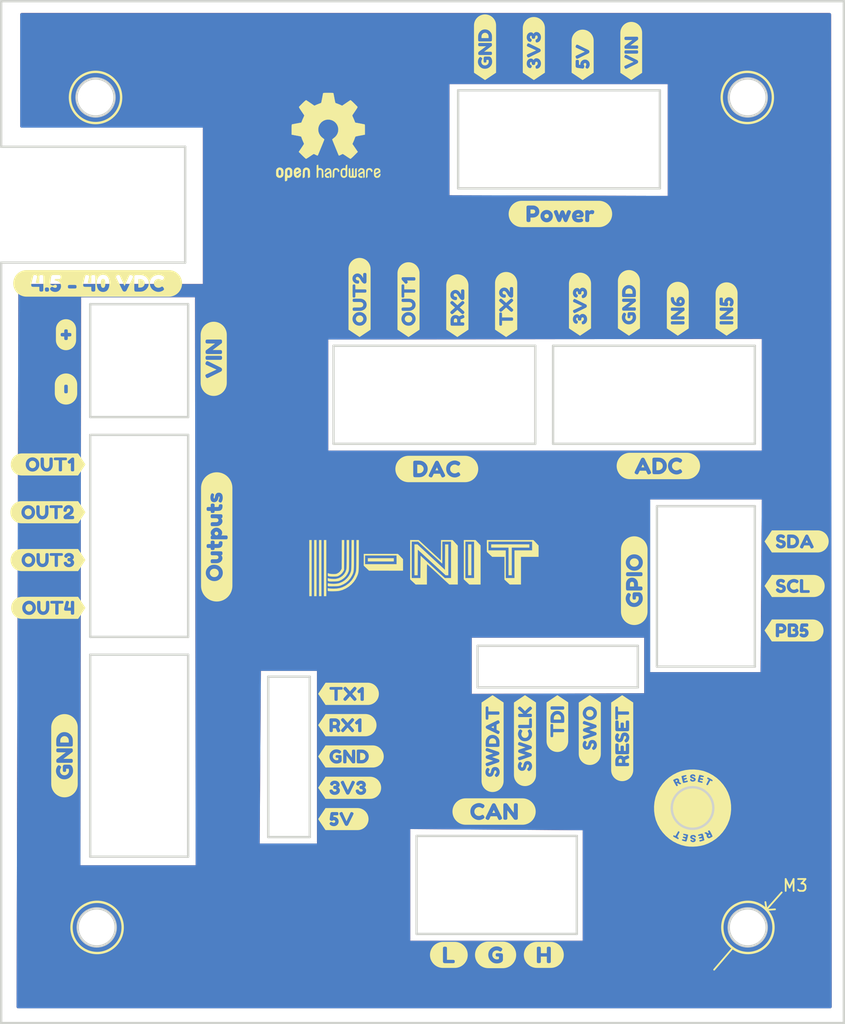
<source format=kicad_pcb>
(kicad_pcb (version 20221018) (generator pcbnew)
  (layers (0 "F.Cu" signal) (31 "B.Cu" signal) (34 "B.Paste" user) (35 "F.Paste" user) (36 "B.SilkS" user "B.Silkscreen") (37 "F.SilkS" user "F.Silkscreen") (38 "B.Mask" user) (39 "F.Mask" user) (44 "Edge.Cuts" user))
  (net 0 "")
  (footprint "kibuzzard-64EC434B" (layer "F.Cu") (at 119.13407 98.975597)
    (fp_text reference "kibuzzard-64EC434B" hide)
    (fp_text value "G***" hide)
  )
  (footprint "kibuzzard-64EC4572" (layer "F.Cu") (at 170.561 91.059)
    (fp_text reference "kibuzzard-64EC4572" hide)
    (fp_text value "G***" hide)
  )
  (footprint "kibuzzard-64EC42D5" (layer "F.Cu") (at 133.096 82.042 90)
    (fp_text reference "kibuzzard-64EC42D5" hide)
    (fp_text value "G***" hide)
  )
  (footprint "kibuzzard-64ED9156" (layer "F.Cu") (at 157.734 77.47 90)
    (fp_text reference "kibuzzard-64ED9156" hide)
    (fp_text value "G***" hide)
  )
  (footprint "kibuzzard-64ED9189" (layer "F.Cu") (at 168.275 56.134 90)
    (fp_text reference "kibuzzard-64ED9189" hide)
    (fp_text value "G***" hide)
  )
  (footprint "kibuzzard-64EC442D" (layer "F.Cu") (at 160.909 132.207 180)
    (fp_text reference "kibuzzard-64EC442D" hide)
    (fp_text value "G***" hide)
  )
  (footprint "kibuzzard-64ED914F" (layer "F.Cu") (at 153.623697 77.569218 90)
    (fp_text reference "kibuzzard-64ED914F" hide)
    (fp_text value "G***" hide)
  )
  (footprint "kibuzzard-64EC4417" (layer "F.Cu") (at 156.718 120.142)
    (fp_text reference "kibuzzard-64EC4417" hide)
    (fp_text value "G***" hide)
  )
  (footprint "kibuzzard-6502AA9F" (layer "F.Cu") (at 156.845 132.207)
    (fp_text reference "kibuzzard-6502AA9F" hide)
    (fp_text value "G***" hide)
  )
  (footprint "kibuzzard-64EC42B8" (layer "F.Cu") (at 120.65 84.582 90)
    (fp_text reference "kibuzzard-64EC42B8" hide)
    (fp_text value "G***" hide)
  )
  (footprint "kibuzzard-64EC434F" (layer "F.Cu") (at 119.126 94.952608)
    (fp_text reference "kibuzzard-64EC434F" hide)
    (fp_text value "G***" hide)
  )
  (footprint "LOGO" (layer "F.Cu") (at 150.876 99.187)
    (fp_text reference "G***" hide)
    (fp_text value "LOGO" hide)
  )
  (footprint "kibuzzard-64EC44DE" (layer "F.Cu") (at 164.7825 113.285323 90)
    (fp_text reference "kibuzzard-64EC44DE" hide)
    (fp_text value "G***" hide)
  )
  (footprint "kibuzzard-64EC454F" (layer "F.Cu") (at 181.991 104.902)
    (fp_text reference "kibuzzard-64EC454F" hide)
    (fp_text value "G***" hide)
  )
  (footprint "Symbol:OSHW-Logo2_9.8x8mm_SilkScreen" (layer "F.Cu") (at 142.748 63.373)
    (fp_text reference "REF**" hide)
    (fp_text value "OSHW-Logo2_9.8x8mm_SilkScreen" hide)
  )
  (footprint "kibuzzard-64EC45B9" (layer "F.Cu") (at 176.30775 77.851 90)
    (fp_text reference "kibuzzard-64EC45B9" hide)
    (fp_text value "G***" hide)
  )
  (footprint "LOGO" (layer "F.Cu") (at 173.4312 119.8372)
    (fp_text reference "G***" hide)
    (fp_text value "LOGO" hide)
  )
  (footprint "kibuzzard-64ED9184" (layer "F.Cu") (at 164.178985 56.459702 90)
    (fp_text reference "kibuzzard-64ED9184" hide)
    (fp_text value "G***" hide)
  )
  (footprint "kibuzzard-64EC44E5" (layer "F.Cu") (at 167.513 113.965831 90)
    (fp_text reference "kibuzzard-64EC44E5" hide)
    (fp_text value "G***" hide)
  )
  (footprint "kibuzzard-64EC44AB" (layer "F.Cu") (at 156.591 114.423031 90)
    (fp_text reference "kibuzzard-64EC44AB" hide)
    (fp_text value "G***" hide)
  )
  (footprint "kibuzzard-64ED9131" (layer "F.Cu") (at 151.892 91.313)
    (fp_text reference "kibuzzard-64ED9131" hide)
    (fp_text value "G***" hide)
  )
  (footprint "kibuzzard-64EC4353" (layer "F.Cu") (at 119.142206 90.932)
    (fp_text reference "kibuzzard-64EC4353" hide)
    (fp_text value "G***" hide)
  )
  (footprint "kibuzzard-64EC42E7" (layer "F.Cu") (at 133.35 97.028 90)
    (fp_text reference "kibuzzard-64EC42E7" hide)
    (fp_text value "G***" hide)
  )
  (footprint "kibuzzard-64EC43D0" (layer "F.Cu") (at 144.018 120.777)
    (fp_text reference "kibuzzard-64EC43D0" hide)
    (fp_text value "G***" hide)
  )
  (footprint "kibuzzard-64EC44D7" (layer "F.Cu") (at 162.052 112.738297 90)
    (fp_text reference "kibuzzard-64EC44D7" hide)
    (fp_text value "G***" hide)
  )
  (footprint "kibuzzard-64EC45B4" (layer "F.Cu") (at 172.197447 77.829172 90)
    (fp_text reference "kibuzzard-64EC45B4" hide)
    (fp_text value "G***" hide)
  )
  (footprint "kibuzzard-64EC437D" (layer "F.Cu") (at 120.523 115.443 90)
    (fp_text reference "kibuzzard-64EC437D" hide)
    (fp_text value "G***" hide)
  )
  (footprint "kibuzzard-64EC43CA" (layer "F.Cu") (at 144.549283 118.14175)
    (fp_text reference "kibuzzard-64EC43CA" hide)
    (fp_text value "G***" hide)
  )
  (footprint "kibuzzard-64ED9144" (layer "F.Cu") (at 145.38325 76.878656 90)
    (fp_text reference "kibuzzard-64ED9144" hide)
    (fp_text value "G***" hide)
  )
  (footprint "kibuzzard-64ED914A" (layer "F.Cu") (at 149.507839 77.06016 90)
    (fp_text reference "kibuzzard-64ED914A" hide)
    (fp_text value "G***" hide)
  )
  (footprint "kibuzzard-64EC43C5" (layer "F.Cu") (at 144.658953 115.5065)
    (fp_text reference "kibuzzard-64EC43C5" hide)
    (fp_text value "G***" hide)
  )
  (footprint "kibuzzard-64EC43F5" (layer "F.Cu") (at 144.354153 112.87125)
    (fp_text reference "kibuzzard-64EC43F5" hide)
    (fp_text value "G***" hide)
  )
  (footprint "kibuzzard-64EC4543" (layer "F.Cu") (at 182.208488 97.409)
    (fp_text reference "kibuzzard-64EC4543" hide)
    (fp_text value "G***" hide)
  )
  (footprint "kibuzzard-64EC443C" (layer "F.Cu") (at 152.908 132.207)
    (fp_text reference "kibuzzard-64EC443C" hide)
    (fp_text value "G***" hide)
  )
  (footprint "kibuzzard-64EC4276" (layer "F.Cu") (at 123.317 75.692)
    (fp_text reference "kibuzzard-64EC4276" hide)
    (fp_text value "G***" hide)
  )
  (footprint "kibuzzard-64ED9177" (layer "F.Cu") (at 162.306 69.85)
    (fp_text reference "kibuzzard-64ED9177" hide)
    (fp_text value "G***" hide)
  )
  (footprint "kibuzzard-64EC459B" (layer "F.Cu") (at 155.956 55.818749 90)
    (fp_text reference "kibuzzard-64EC459B" hide)
    (fp_text value "G***" hide)
  )
  (footprint "kibuzzard-64EC4598" (layer "F.Cu") (at 163.957 77.443278 90)
    (fp_text reference "kibuzzard-64EC4598" hide)
    (fp_text value "G***" hide)
  )
  (footprint "kibuzzard-64EC43EB" (layer "F.Cu") (at 144.453372 110.236)
    (fp_text reference "kibuzzard-64EC43EB" hide)
    (fp_text value "G***" hide)
  )
  (footprint "kibuzzard-64EC4348" (layer "F.Cu") (at 119.160661 102.997)
    (fp_text reference "kibuzzard-64EC4348" hide)
    (fp_text value "G***" hide)
  )
  (footprint "kibuzzard-64EC459B" (layer "F.Cu") (at 168.081589 77.333608 90)
    (fp_text reference "kibuzzard-64EC459B" hide)
    (fp_text value "G***" hide)
  )
  (footprint "kibuzzard-64EC4598" (layer "F.Cu") (at 160.068683 55.928419 90)
    (fp_text reference "kibuzzard-64EC4598" hide)
    (fp_text value "G***" hide)
  )
  (footprint "kibuzzard-64EC4547" (layer "F.Cu") (at 182.039419 101.157881)
    (fp_text reference "kibuzzard-64EC4547" hide)
    (fp_text value "G***" hide)
  )
  (footprint "kibuzzard-64E9EB3C" (layer "F.Cu") (at 168.529 100.711 90)
    (fp_text reference "kibuzzard-64E9EB3C" hide)
    (fp_text value "G***" hide)
  )
  (footprint "kibuzzard-64EC44D1" (layer "F.Cu") (at 159.3215 114.173 90)
    (fp_text reference "kibuzzard-64EC44D1" hide)
    (fp_text value "G***" hide)
  )
  (footprint "kibuzzard-64EC42A0" (layer "F.Cu") (at 120.65 80.01 90)
    (fp_text reference "kibuzzard-64EC42A0" hide)
    (fp_text value "G***" hide)
  )
  (gr_circle (center 123.1392 60.0456) (end 125.294461 60.0456) (stroke (width 0.2)) (fill none) (layer "F.SilkS"))
  (gr_line (start 175.26 133.4516) (end 176.8348 131.6228) (stroke (width 0.15)) (layer "F.SilkS"))
  (gr_line (start 179.6796 128.4224) (end 180.3908 128.3716) (stroke (width 0.15)) (layer "F.SilkS"))
  (gr_line (start 179.6796 128.4224) (end 179.578 127.762) (stroke (width 0.15)) (layer "F.SilkS"))
  (gr_circle (center 178.1048 129.8956) (end 180.260061 129.8956) (stroke (width 0.2)) (fill none) (layer "F.SilkS"))
  (gr_line (start 179.7304 128.3208) (end 180.9496 126.9492) (stroke (width 0.15)) (layer "F.SilkS"))
  (gr_circle (center 123.269939 129.8956) (end 125.4252 129.8956) (stroke (width 0.2)) (fill none) (layer "F.SilkS"))
  (gr_circle (center 178.054 60.0456) (end 180.209261 60.0456) (stroke (width 0.2)) (fill none) (layer "F.SilkS"))
  (gr_line (start 122.689 86.943) (end 122.689 77.443) (stroke (width 0.2)) (layer "Edge.Cuts"))
  (gr_line (start 141.189 108.793) (end 141.189 122.2928) (stroke (width 0.2)) (layer "Edge.Cuts"))
  (gr_line (start 163.689 122.1928) (end 163.689 130.4428) (stroke (width 0.2)) (layer "Edge.Cuts"))
  (gr_line (start 160.189 80.943) (end 160.189 89.193) (stroke (width 0.2)) (layer "Edge.Cuts"))
  (gr_line (start 141.189 122.2928) (end 137.689 122.2928) (stroke (width 0.2)) (layer "Edge.Cuts"))
  (gr_line (start 150.189 130.4428) (end 150.189 122.1928) (stroke (width 0.2)) (layer "Edge.Cuts"))
  (gr_line (start 130.939 86.943) (end 122.689 86.943) (stroke (width 0.2)) (layer "Edge.Cuts"))
  (gr_line (start 155.329 109.693) (end 155.329 106.193) (stroke (width 0.2)) (layer "Edge.Cuts"))
  (gr_line (start 115.189 51.943) (end 115.189 64.193) (stroke (width 0.2)) (layer "Edge.Cuts"))
  (gr_line (start 160.189 89.193) (end 143.189 89.193) (stroke (width 0.2)) (layer "Edge.Cuts"))
  (gr_line (start 130.689 73.943) (end 115.189 73.943) (stroke (width 0.2)) (layer "Edge.Cuts"))
  (gr_line (start 153.689 67.693) (end 153.689 59.443) (stroke (width 0.2)) (layer "Edge.Cuts"))
  (gr_line (start 168.829 106.193) (end 168.829 109.693) (stroke (width 0.2)) (layer "Edge.Cuts"))
  (gr_line (start 122.689 88.443) (end 130.939 88.443) (stroke (width 0.2)) (layer "Edge.Cuts"))
  (gr_line (start 161.689 89.193) (end 161.689 80.943) (stroke (width 0.2)) (layer "Edge.Cuts"))
  (gr_line (start 130.689 64.193) (end 130.689 73.943) (stroke (width 0.2)) (layer "Edge.Cuts"))
  (gr_line (start 137.689 122.2928) (end 137.689 108.793) (stroke (width 0.2)) (layer "Edge.Cuts"))
  (gr_line (start 178.689 80.943) (end 178.689 89.193) (stroke (width 0.2)) (layer "Edge.Cuts"))
  (gr_line (start 143.189 80.943) (end 160.189 80.943) (stroke (width 0.2)) (layer "Edge.Cuts"))
  (gr_circle (center 123.239 129.8928) (end 124.839 129.8928) (stroke (width 0.2)) (fill none) (layer "Edge.Cuts"))
  (gr_line (start 130.939 123.9428) (end 122.689 123.9428) (stroke (width 0.2)) (layer "Edge.Cuts"))
  (gr_line (start 155.329 106.193) (end 168.829 106.193) (stroke (width 0.2)) (layer "Edge.Cuts"))
  (gr_line (start 150.189 122.1928) (end 163.689 122.1928) (stroke (width 0.2)) (layer "Edge.Cuts"))
  (gr_line (start 143.189 89.193) (end 143.189 80.943) (stroke (width 0.2)) (layer "Edge.Cuts"))
  (gr_line (start 186.189 51.943) (end 115.189 51.943) (stroke (width 0.2)) (layer "Edge.Cuts"))
  (gr_line (start 178.689 107.943) (end 170.439 107.943) (stroke (width 0.2)) (layer "Edge.Cuts"))
  (gr_line (start 170.439 94.443) (end 178.689 94.443) (stroke (width 0.2)) (layer "Edge.Cuts"))
  (gr_line (start 122.689 77.443) (end 130.939 77.443) (stroke (width 0.2)) (layer "Edge.Cuts"))
  (gr_line (start 163.689 130.4428) (end 150.189 130.4428) (stroke (width 0.2)) (layer "Edge.Cuts"))
  (gr_line (start 170.689 67.693) (end 153.689 67.693) (stroke (width 0.2)) (layer "Edge.Cuts"))
  (gr_line (start 186.189 137.9428) (end 186.189 51.943) (stroke (width 0.2)) (layer "Edge.Cuts"))
  (gr_line (start 170.689 59.443) (end 170.689 67.693) (stroke (width 0.2)) (layer "Edge.Cuts"))
  (gr_line (start 153.689 59.443) (end 170.689 59.443) (stroke (width 0.2)) (layer "Edge.Cuts"))
  (gr_line (start 115.189 64.193) (end 130.689 64.193) (stroke (width 0.2)) (layer "Edge.Cuts"))
  (gr_line (start 115.189 137.9428) (end 186.189 137.9428) (stroke (width 0.2)) (layer "Edge.Cuts"))
  (gr_circle (center 123.139 60.043) (end 124.739 60.043) (stroke (width 0.2)) (fill none) (layer "Edge.Cuts"))
  (gr_line (start 130.939 77.443) (end 130.939 86.943) (stroke (width 0.2)) (layer "Edge.Cuts"))
  (gr_line (start 170.439 107.943) (end 170.439 94.443) (stroke (width 0.2)) (layer "Edge.Cuts"))
  (gr_line (start 161.689 80.943) (end 178.689 80.943) (stroke (width 0.2)) (layer "Edge.Cuts"))
  (gr_circle (center 178.089 60.043) (end 179.689 60.043) (stroke (width 0.2)) (fill none) (layer "Edge.Cuts"))
  (gr_line (start 122.689 123.9428) (end 122.689 106.943) (stroke (width 0.2)) (layer "Edge.Cuts"))
  (gr_circle (center 178.089 129.8928) (end 179.689 129.8928) (stroke (width 0.2)) (fill none) (layer "Edge.Cuts"))
  (gr_line (start 122.689 106.943) (end 130.939 106.943) (stroke (width 0.2)) (layer "Edge.Cuts"))
  (gr_line (start 137.689 108.793) (end 141.189 108.793) (stroke (width 0.2)) (layer "Edge.Cuts"))
  (gr_line (start 115.189 73.943) (end 115.189 137.9428) (stroke (width 0.2)) (layer "Edge.Cuts"))
  (gr_line (start 122.689 105.443) (end 122.689 88.443) (stroke (width 0.2)) (layer "Edge.Cuts"))
  (gr_line (start 178.689 89.193) (end 161.689 89.193) (stroke (width 0.2)) (layer "Edge.Cuts"))
  (gr_line (start 130.939 105.443) (end 122.689 105.443) (stroke (width 0.2)) (layer "Edge.Cuts"))
  (gr_line (start 130.939 106.943) (end 130.939 123.9428) (stroke (width 0.2)) (layer "Edge.Cuts"))
  (gr_circle (center 173.439 119.8428) (end 175.189 119.8428) (stroke (width 0.2)) (fill none) (layer "Edge.Cuts"))
  (gr_line (start 178.689 94.443) (end 178.689 107.943) (stroke (width 0.2)) (layer "Edge.Cuts"))
  (gr_line (start 168.829 109.693) (end 155.329 109.693) (stroke (width 0.2)) (layer "Edge.Cuts"))
  (gr_line (start 130.939 88.443) (end 130.939 105.443) (stroke (width 0.2)) (layer "Edge.Cuts"))
  (gr_text "M3" (at 180.9496 126.9492) (layer "F.SilkS") (effects (font (size 1 1)) (justify left bottom)))
  (zone (net 0) (net_name "") (layers "F&B.Cu") (connect_pads (clearance 0)) (min_thickness 0.25)
    (keepout (tracks not_allowed) (vias not_allowed) (pads not_allowed) (copperpour not_allowed) (footprints allowed))
    (fill (thermal_gap 0.5) (thermal_bridge_width 0.5))
    (polygon (pts (xy 131.5212 76.8604) (xy 131.572 124.6632) (xy 121.8692 124.6632) (xy 121.92 76.8604)))
  )
  (zone (net 0) (net_name "") (layers "F&B.Cu") (connect_pads (clearance 0.5)) (min_thickness 0.25) (fill yes (thermal_gap 0.5) (thermal_bridge_width 0.5) (island_removal_mode 1) (island_area_min 10))
    (polygon (pts (xy 116.7892 52.9336) (xy 116.7892 62.5856) (xy 132.1816 62.5856) (xy 132.1816 75.7428) (xy 116.6368 75.7428) (xy 116.4844 136.7028) (xy 185.166 136.7028) (xy 185.1152 52.9336)))
  )
  (zone (net 0) (net_name "") (layers "F&B.Cu") (connect_pads (clearance 0)) (min_thickness 0.25)
    (keepout (tracks not_allowed) (vias not_allowed) (pads not_allowed) (copperpour not_allowed) (footprints allowed))
    (fill (thermal_gap 0.5) (thermal_bridge_width 0.5))
    (polygon (pts (xy 169.8752 93.8784) (xy 179.2732 93.8784) (xy 179.1716 108.4072) (xy 169.8752 108.4072)))
  )
  (zone (net 0) (net_name "") (layers "F&B.Cu") (connect_pads (clearance 0)) (min_thickness 0.25)
    (keepout (tracks not_allowed) (vias not_allowed) (pads not_allowed) (copperpour not_allowed) (footprints allowed))
    (fill (thermal_gap 0.5) (thermal_bridge_width 0.5))
    (polygon (pts (xy 149.6568 131.0132) (xy 149.6568 121.6152) (xy 164.1856 121.7168) (xy 164.1856 131.0132)))
  )
  (zone (net 0) (net_name "") (layers "F&B.Cu") (connect_pads (clearance 0)) (min_thickness 0.25)
    (keepout (tracks not_allowed) (vias not_allowed) (pads not_allowed) (copperpour not_allowed) (footprints allowed))
    (fill (thermal_gap 0.5) (thermal_bridge_width 0.5))
    (polygon (pts (xy 169.366216 105.5116) (xy 169.3672 110.1852) (xy 154.837416 110.236) (xy 154.837416 105.5116)))
  )
  (zone (net 0) (net_name "") (layers "F&B.Cu") (connect_pads (clearance 0)) (min_thickness 0.25)
    (keepout (tracks not_allowed) (vias not_allowed) (pads not_allowed) (copperpour not_allowed) (footprints allowed))
    (fill (thermal_gap 0.5) (thermal_bridge_width 0.5))
    (polygon (pts (xy 153.0096 58.928) (xy 171.3484 58.928) (xy 171.3484 68.326) (xy 152.9588 68.2752) (xy 152.9588 58.928)))
  )
  (zone (net 0) (net_name "") (layers "F&B.Cu") (connect_pads (clearance 0)) (min_thickness 0.25)
    (keepout (tracks not_allowed) (vias not_allowed) (pads not_allowed) (copperpour not_allowed) (footprints allowed))
    (fill (thermal_gap 0.5) (thermal_bridge_width 0.5))
    (polygon (pts (xy 141.79453 122.833416) (xy 136.96853 122.833416) (xy 137.07013 108.304616) (xy 141.79453 108.304616)))
  )
  (zone (net 0) (net_name "") (layers "F&B.Cu") (connect_pads (clearance 0)) (min_thickness 0.25)
    (keepout (tracks not_allowed) (vias not_allowed) (pads not_allowed) (copperpour not_allowed) (footprints allowed))
    (fill (thermal_gap 0.5) (thermal_bridge_width 0.5))
    (polygon (pts (xy 142.7988 80.4164) (xy 179.2732 80.3656) (xy 179.2732 89.7636) (xy 142.748 89.7636) (xy 142.748 80.4164)))
  )
)
</source>
